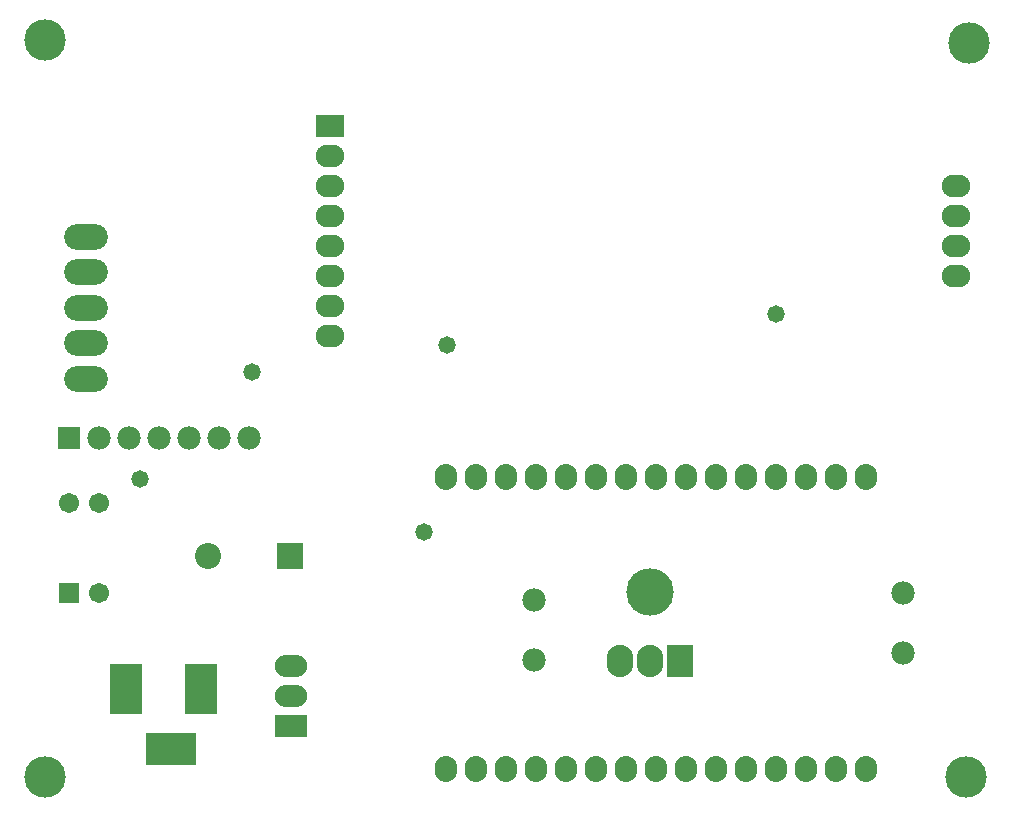
<source format=gts>
G04*
G04 #@! TF.GenerationSoftware,Altium Limited,Altium Designer,21.0.8 (223)*
G04*
G04 Layer_Color=8388736*
%FSTAX24Y24*%
%MOIN*%
G70*
G04*
G04 #@! TF.SameCoordinates,A57ED762-F1FC-47E5-BACA-E58B220B156E*
G04*
G04*
G04 #@! TF.FilePolarity,Negative*
G04*
G01*
G75*
%ADD18O,0.0880X0.1080*%
%ADD19C,0.0780*%
%ADD20C,0.1580*%
%ADD21R,0.0880X0.1080*%
%ADD22O,0.0749X0.0867*%
%ADD23C,0.1379*%
%ADD24C,0.0671*%
%ADD25R,0.0671X0.0671*%
%ADD26R,0.0780X0.0780*%
%ADD27R,0.1680X0.1080*%
%ADD28R,0.1080X0.1680*%
%ADD29O,0.1458X0.0867*%
%ADD30R,0.0867X0.0867*%
%ADD31C,0.0867*%
%ADD32O,0.1080X0.0730*%
%ADD33R,0.1080X0.0730*%
%ADD34O,0.0946X0.0749*%
%ADD35R,0.0946X0.0749*%
%ADD36C,0.0580*%
D18*
X03689Y02779D02*
D03*
X03589D02*
D03*
D19*
X03301Y02783D02*
D03*
X02353Y03525D02*
D03*
X02253D02*
D03*
X02153D02*
D03*
X02053D02*
D03*
X01853D02*
D03*
X01953D02*
D03*
X03301Y02983D02*
D03*
X04534Y02806D02*
D03*
Y03006D02*
D03*
D20*
X03689Y03009D02*
D03*
D21*
X03789Y02779D02*
D03*
D22*
X0301Y02419D02*
D03*
X0311D02*
D03*
X0321D02*
D03*
X0331D02*
D03*
X0341D02*
D03*
X0351D02*
D03*
X0361D02*
D03*
X0371D02*
D03*
X0381D02*
D03*
X0391D02*
D03*
X0401D02*
D03*
X0411D02*
D03*
X0421D02*
D03*
X0431D02*
D03*
X0441D02*
D03*
X0301Y033942D02*
D03*
X0311D02*
D03*
X0321D02*
D03*
X0331D02*
D03*
X0341D02*
D03*
X0351D02*
D03*
X0361D02*
D03*
X0371D02*
D03*
X0381D02*
D03*
X0391D02*
D03*
X0401D02*
D03*
X0411D02*
D03*
X0421D02*
D03*
X0431D02*
D03*
X0441D02*
D03*
D23*
X04744Y02394D02*
D03*
X01673Y04851D02*
D03*
X04752Y04839D02*
D03*
X01672Y02394D02*
D03*
D24*
X01853Y03306D02*
D03*
X01753D02*
D03*
X01853Y03006D02*
D03*
D25*
X01753D02*
D03*
D26*
Y03525D02*
D03*
D27*
X02091Y02488D02*
D03*
D28*
X01941Y02688D02*
D03*
X02191D02*
D03*
D29*
X01809Y041942D02*
D03*
Y040761D02*
D03*
Y03958D02*
D03*
Y038399D02*
D03*
Y037218D02*
D03*
D30*
X024908Y03131D02*
D03*
D31*
X022152D02*
D03*
D32*
X02493Y02663D02*
D03*
Y02763D02*
D03*
D33*
Y02563D02*
D03*
D34*
X026236Y043646D02*
D03*
Y044646D02*
D03*
Y042646D02*
D03*
Y041646D02*
D03*
Y040646D02*
D03*
Y039646D02*
D03*
Y038646D02*
D03*
X047104Y043648D02*
D03*
Y042648D02*
D03*
Y041648D02*
D03*
Y040648D02*
D03*
D35*
X026236Y045646D02*
D03*
D36*
X02361Y03742D02*
D03*
X03014Y03833D02*
D03*
X0199Y03387D02*
D03*
X029356Y032104D02*
D03*
X04109Y03936D02*
D03*
M02*

</source>
